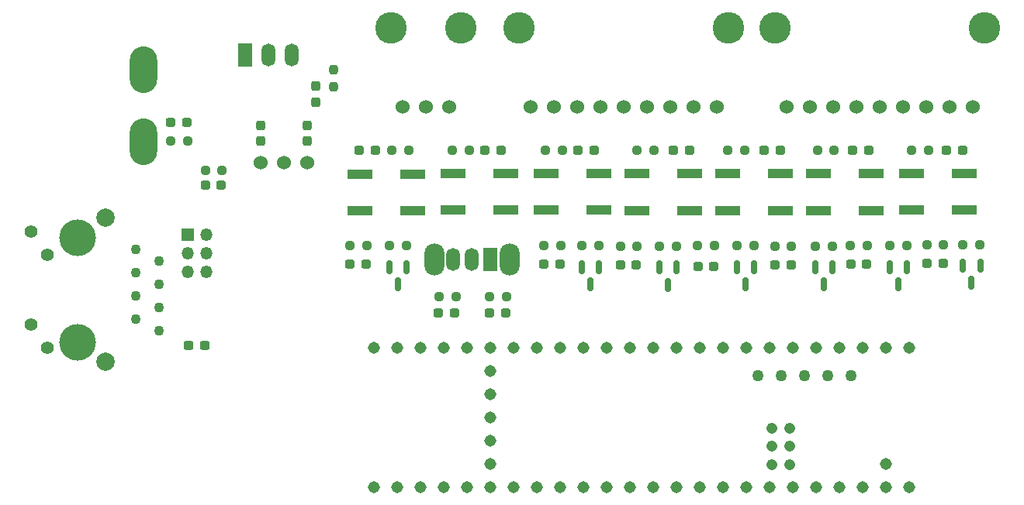
<source format=gts>
G04 #@! TF.GenerationSoftware,KiCad,Pcbnew,(6.0.7)*
G04 #@! TF.CreationDate,2022-11-19T15:08:40-06:00*
G04 #@! TF.ProjectId,Gimbal_Board_2023,47696d62-616c-45f4-926f-6172645f3230,rev?*
G04 #@! TF.SameCoordinates,Original*
G04 #@! TF.FileFunction,Soldermask,Top*
G04 #@! TF.FilePolarity,Negative*
%FSLAX46Y46*%
G04 Gerber Fmt 4.6, Leading zero omitted, Abs format (unit mm)*
G04 Created by KiCad (PCBNEW (6.0.7)) date 2022-11-19 15:08:40*
%MOMM*%
%LPD*%
G01*
G04 APERTURE LIST*
G04 Aperture macros list*
%AMRoundRect*
0 Rectangle with rounded corners*
0 $1 Rounding radius*
0 $2 $3 $4 $5 $6 $7 $8 $9 X,Y pos of 4 corners*
0 Add a 4 corners polygon primitive as box body*
4,1,4,$2,$3,$4,$5,$6,$7,$8,$9,$2,$3,0*
0 Add four circle primitives for the rounded corners*
1,1,$1+$1,$2,$3*
1,1,$1+$1,$4,$5*
1,1,$1+$1,$6,$7*
1,1,$1+$1,$8,$9*
0 Add four rect primitives between the rounded corners*
20,1,$1+$1,$2,$3,$4,$5,0*
20,1,$1+$1,$4,$5,$6,$7,0*
20,1,$1+$1,$6,$7,$8,$9,0*
20,1,$1+$1,$8,$9,$2,$3,0*%
G04 Aperture macros list end*
%ADD10RoundRect,0.237500X-0.287500X-0.237500X0.287500X-0.237500X0.287500X0.237500X-0.287500X0.237500X0*%
%ADD11RoundRect,0.150000X-0.150000X0.587500X-0.150000X-0.587500X0.150000X-0.587500X0.150000X0.587500X0*%
%ADD12RoundRect,0.237500X0.250000X0.237500X-0.250000X0.237500X-0.250000X-0.237500X0.250000X-0.237500X0*%
%ADD13RoundRect,0.237500X-0.250000X-0.237500X0.250000X-0.237500X0.250000X0.237500X-0.250000X0.237500X0*%
%ADD14R,1.500000X2.500000*%
%ADD15O,1.500000X2.500000*%
%ADD16R,2.750000X1.000000*%
%ADD17C,3.450000*%
%ADD18C,1.524000*%
%ADD19RoundRect,0.237500X0.287500X0.237500X-0.287500X0.237500X-0.287500X-0.237500X0.287500X-0.237500X0*%
%ADD20RoundRect,0.237500X-0.237500X0.300000X-0.237500X-0.300000X0.237500X-0.300000X0.237500X0.300000X0*%
%ADD21O,3.000000X5.100000*%
%ADD22RoundRect,0.237500X0.237500X-0.300000X0.237500X0.300000X-0.237500X0.300000X-0.237500X-0.300000X0*%
%ADD23RoundRect,0.237500X-0.300000X-0.237500X0.300000X-0.237500X0.300000X0.237500X-0.300000X0.237500X0*%
%ADD24RoundRect,0.237500X0.237500X-0.250000X0.237500X0.250000X-0.237500X0.250000X-0.237500X-0.250000X0*%
%ADD25R,1.350000X1.350000*%
%ADD26O,1.350000X1.350000*%
%ADD27C,1.100000*%
%ADD28C,1.400000*%
%ADD29C,4.000000*%
%ADD30C,2.000000*%
%ADD31C,1.308000*%
%ADD32C,1.258000*%
%ADD33C,1.208000*%
%ADD34O,2.200000X3.500000*%
%ADD35RoundRect,0.237500X0.237500X-0.287500X0.237500X0.287500X-0.237500X0.287500X-0.237500X-0.287500X0*%
G04 APERTURE END LIST*
D10*
X106059000Y-54102000D03*
X107809000Y-54102000D03*
D11*
X140650000Y-66959000D03*
X138750000Y-66959000D03*
X139700000Y-68834000D03*
D12*
X168148000Y-54102000D03*
X166323000Y-54102000D03*
D13*
X159625500Y-64516000D03*
X161450500Y-64516000D03*
D14*
X93579500Y-43702000D03*
D15*
X96119500Y-43702000D03*
X98659500Y-43702000D03*
D16*
X116246000Y-56674000D03*
X122006000Y-56674000D03*
X122006000Y-60674000D03*
X116246000Y-60674000D03*
D11*
X165833500Y-66880500D03*
X163933500Y-66880500D03*
X164883500Y-68755500D03*
D10*
X134525000Y-66626500D03*
X136275000Y-66626500D03*
D17*
X117068600Y-40792400D03*
X109448600Y-40792400D03*
D18*
X110718600Y-49428400D03*
X113258600Y-49428400D03*
X115798600Y-49428400D03*
D13*
X171911000Y-64426500D03*
X173736000Y-64426500D03*
D12*
X138176000Y-54102000D03*
X136351000Y-54102000D03*
D13*
X130339500Y-64516000D03*
X132164500Y-64516000D03*
D17*
X123469400Y-40792400D03*
X146329400Y-40792400D03*
D18*
X124739400Y-49428400D03*
X127279400Y-49428400D03*
X129819400Y-49428400D03*
X132359400Y-49428400D03*
X134899400Y-49428400D03*
X137439400Y-49428400D03*
X139979400Y-49428400D03*
X142519400Y-49428400D03*
X145059400Y-49428400D03*
D10*
X105043000Y-66548000D03*
X106793000Y-66548000D03*
X151411000Y-66626500D03*
X153161000Y-66626500D03*
D16*
X161884000Y-56706000D03*
X156124000Y-56706000D03*
X156124000Y-60706000D03*
X161884000Y-60706000D03*
D19*
X161643000Y-54102000D03*
X159893000Y-54102000D03*
D13*
X134535500Y-64594500D03*
X136360500Y-64594500D03*
D12*
X148082000Y-54102000D03*
X146257000Y-54102000D03*
D13*
X142955000Y-64516000D03*
X144780000Y-64516000D03*
D20*
X100330000Y-51387500D03*
X100330000Y-53112500D03*
D16*
X106086000Y-56738000D03*
X111846000Y-56738000D03*
X106086000Y-60738000D03*
X111846000Y-60738000D03*
D19*
X131658000Y-54102000D03*
X129908000Y-54102000D03*
D13*
X109577500Y-54102000D03*
X111402500Y-54102000D03*
D21*
X82485200Y-45339000D03*
X82485200Y-53213000D03*
D12*
X128166500Y-54102000D03*
X126341500Y-54102000D03*
D13*
X138787500Y-64594500D03*
X140612500Y-64594500D03*
X151373500Y-64594500D03*
X153198500Y-64594500D03*
D22*
X95250000Y-53112500D03*
X95250000Y-51387500D03*
D16*
X151978000Y-56706000D03*
X146218000Y-56706000D03*
X151978000Y-60706000D03*
X146218000Y-60706000D03*
D10*
X142992500Y-66802000D03*
X144742500Y-66802000D03*
D19*
X121525000Y-54102000D03*
X119775000Y-54102000D03*
X116445000Y-71882000D03*
X114695000Y-71882000D03*
D11*
X149135500Y-66880500D03*
X147235500Y-66880500D03*
X148185500Y-68755500D03*
D23*
X87404000Y-75473500D03*
X89129000Y-75473500D03*
D13*
X147273000Y-64516000D03*
X149098000Y-64516000D03*
D10*
X85485000Y-51054000D03*
X87235000Y-51054000D03*
D19*
X152005000Y-54102000D03*
X150255000Y-54102000D03*
D24*
X103250000Y-47162500D03*
X103250000Y-45337500D03*
D19*
X142099000Y-54102000D03*
X140349000Y-54102000D03*
D13*
X105005500Y-64516000D03*
X106830500Y-64516000D03*
D25*
X87316500Y-63401500D03*
D26*
X89316500Y-63401500D03*
X87316500Y-65401500D03*
X89316500Y-65401500D03*
X87316500Y-67401500D03*
X89316500Y-67401500D03*
D13*
X109323500Y-64516000D03*
X111148500Y-64516000D03*
X120245500Y-70104000D03*
X122070500Y-70104000D03*
X89220000Y-56325000D03*
X91045000Y-56325000D03*
D11*
X111186000Y-66880500D03*
X109286000Y-66880500D03*
X110236000Y-68755500D03*
D19*
X122033000Y-71882000D03*
X120283000Y-71882000D03*
D27*
X81611000Y-64932500D03*
X84151000Y-66202500D03*
X81611000Y-67472500D03*
X84151000Y-68742500D03*
X81611000Y-70012500D03*
X84151000Y-71282500D03*
X81611000Y-72552500D03*
X84151000Y-73822500D03*
D28*
X70181000Y-63052500D03*
X71971000Y-65592500D03*
X70181000Y-73162500D03*
X71971000Y-75702500D03*
D29*
X75261000Y-63662500D03*
X75261000Y-75092500D03*
D30*
X78311000Y-77252500D03*
X78311000Y-61502500D03*
D13*
X163933500Y-64516000D03*
X165758500Y-64516000D03*
D11*
X132202000Y-66880500D03*
X130302000Y-66880500D03*
X131252000Y-68755500D03*
D12*
X157870500Y-54102000D03*
X156045500Y-54102000D03*
D10*
X168002000Y-66458500D03*
X169752000Y-66458500D03*
D16*
X126406000Y-56674000D03*
X132166000Y-56674000D03*
X126406000Y-60674000D03*
X132166000Y-60674000D03*
D13*
X155805500Y-64594500D03*
X157630500Y-64594500D03*
D31*
X163479988Y-75705487D03*
X160939988Y-75705487D03*
X158399988Y-75705487D03*
X155859988Y-75705487D03*
X130459988Y-75705487D03*
X160939988Y-90945487D03*
X120299988Y-80785487D03*
X153319988Y-75705487D03*
X150779988Y-75705487D03*
D32*
X159669988Y-78755487D03*
D31*
X148239988Y-75705487D03*
X145699988Y-75705487D03*
X143159988Y-75705487D03*
X140619988Y-75705487D03*
X138079988Y-75705487D03*
X135539988Y-75705487D03*
X132999988Y-75705487D03*
X132999988Y-90945487D03*
X135539988Y-90945487D03*
X138079988Y-90945487D03*
X140619988Y-90945487D03*
X143159988Y-90945487D03*
X145699988Y-90945487D03*
X148239988Y-90945487D03*
X150779988Y-90945487D03*
X153319988Y-90945487D03*
X155859988Y-90945487D03*
X158399988Y-90945487D03*
X127919988Y-75705487D03*
X125379988Y-75705487D03*
X122839988Y-75705487D03*
X120299988Y-75705487D03*
X117759988Y-75705487D03*
X115219988Y-75705487D03*
X112679988Y-75705487D03*
X110139988Y-75705487D03*
X107599988Y-75705487D03*
X107599988Y-90945487D03*
X110139988Y-90945487D03*
X112679988Y-90945487D03*
X115219988Y-90945487D03*
X117759988Y-90945487D03*
X120299988Y-90945487D03*
X122839988Y-90945487D03*
X125379988Y-90945487D03*
X127919988Y-90945487D03*
D32*
X154589988Y-78755487D03*
X157129988Y-78755487D03*
D31*
X166019988Y-75705487D03*
X130459988Y-90945487D03*
X163479988Y-90945487D03*
X120299988Y-83325487D03*
D33*
X151049988Y-86495487D03*
X153049988Y-86495487D03*
D31*
X120299988Y-88405487D03*
X120299988Y-85865487D03*
D33*
X153049988Y-88495487D03*
X151049988Y-88495487D03*
X151049988Y-84495487D03*
X153049988Y-84495487D03*
D32*
X152049988Y-78755487D03*
X149509988Y-78755487D03*
D31*
X120299988Y-78245487D03*
X166019988Y-90945487D03*
X163479988Y-88405487D03*
D13*
X167964500Y-64426500D03*
X169789500Y-64426500D03*
D11*
X173811000Y-66712500D03*
X171911000Y-66712500D03*
X172861000Y-68587500D03*
D19*
X171860500Y-54102000D03*
X170110500Y-54102000D03*
D12*
X118006500Y-54102000D03*
X116181500Y-54102000D03*
D18*
X95250000Y-55499000D03*
X97790000Y-55499000D03*
X100330000Y-55499000D03*
D11*
X157668000Y-66880500D03*
X155768000Y-66880500D03*
X156718000Y-68755500D03*
D16*
X166284000Y-60674000D03*
X172044000Y-60674000D03*
X166284000Y-56674000D03*
X172044000Y-56674000D03*
D17*
X151384000Y-40767000D03*
X174244000Y-40767000D03*
D18*
X152654000Y-49403000D03*
X155194000Y-49403000D03*
X157734000Y-49403000D03*
X160274000Y-49403000D03*
X162814000Y-49403000D03*
X165354000Y-49403000D03*
X167894000Y-49403000D03*
X170434000Y-49403000D03*
X172974000Y-49403000D03*
D13*
X126172000Y-64516000D03*
X127997000Y-64516000D03*
X114749500Y-70132000D03*
X116574500Y-70132000D03*
D16*
X136312000Y-56706000D03*
X142072000Y-56706000D03*
X142072000Y-60706000D03*
X136312000Y-60706000D03*
D34*
X114202000Y-66112500D03*
X122402000Y-66112500D03*
D14*
X120302000Y-66112500D03*
D15*
X118302000Y-66112500D03*
X116302000Y-66112500D03*
D35*
X101250000Y-48875000D03*
X101250000Y-47125000D03*
D10*
X159663000Y-66548000D03*
X161413000Y-66548000D03*
D12*
X87272500Y-53086000D03*
X85447500Y-53086000D03*
D19*
X90970000Y-57976000D03*
X89220000Y-57976000D03*
D10*
X126209500Y-66548000D03*
X127959500Y-66548000D03*
M02*

</source>
